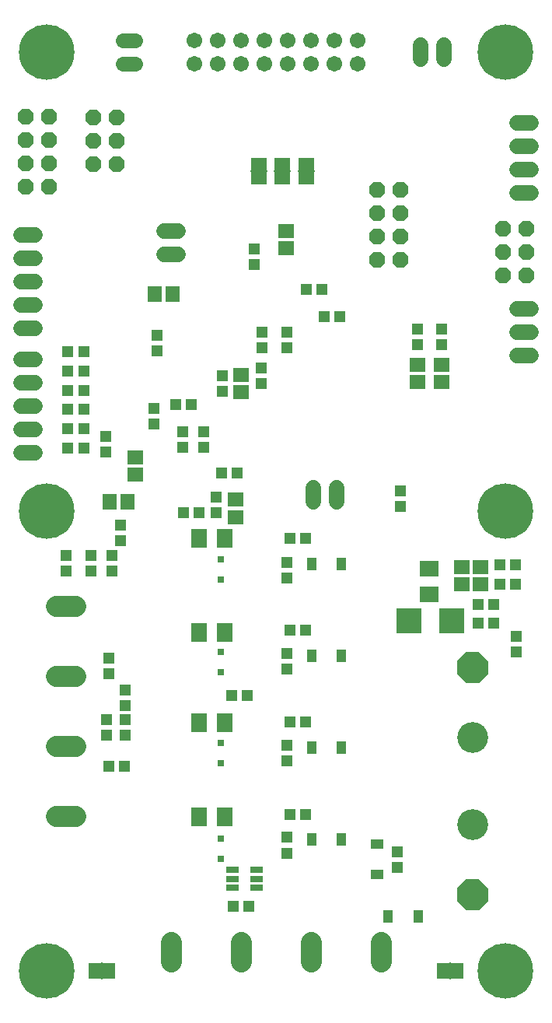
<source format=gbr>
G04 EAGLE Gerber RS-274X export*
G75*
%MOMM*%
%FSLAX34Y34*%
%LPD*%
%INSoldermask Bottom*%
%IPPOS*%
%AMOC8*
5,1,8,0,0,1.08239X$1,22.5*%
G01*
%ADD10C,1.711200*%
%ADD11R,1.203200X1.303200*%
%ADD12R,1.303200X1.203200*%
%ADD13C,1.727200*%
%ADD14R,1.113200X1.423200*%
%ADD15P,3.629037X8X112.500000*%
%ADD16C,3.352800*%
%ADD17R,1.803200X2.003200*%
%ADD18R,1.423200X1.113200*%
%ADD19C,2.298700*%
%ADD20R,1.503200X1.703200*%
%ADD21R,1.803400X1.371600*%
%ADD22R,1.828800X0.152400*%
%ADD23C,6.045200*%
%ADD24R,0.803200X0.803200*%
%ADD25P,1.869504X8X112.500000*%
%ADD26R,1.403200X0.753200*%
%ADD27P,3.629037X8X292.500000*%
%ADD28R,1.703200X1.503200*%
%ADD29R,2.003200X1.803200*%
%ADD30P,1.869504X8X292.500000*%
%ADD31R,1.371600X1.803400*%
%ADD32R,0.152400X1.828800*%
%ADD33C,1.625600*%
%ADD34R,2.743200X2.743200*%


D10*
X211100Y-62700D03*
X211100Y-37300D03*
X236500Y-62700D03*
X236500Y-37300D03*
X261900Y-62700D03*
X261900Y-37300D03*
X287300Y-62700D03*
X287300Y-37300D03*
X312700Y-62700D03*
X312700Y-37300D03*
X338100Y-62700D03*
X338100Y-37300D03*
X363500Y-62700D03*
X363500Y-37300D03*
X388900Y-62700D03*
X388900Y-37300D03*
D11*
X276500Y-281000D03*
X276500Y-264000D03*
D12*
X333250Y-308750D03*
X350250Y-308750D03*
D11*
X311750Y-355250D03*
X311750Y-372250D03*
D12*
X369250Y-337750D03*
X352250Y-337750D03*
D11*
X284500Y-372000D03*
X284500Y-355000D03*
D13*
X365700Y-524380D02*
X365700Y-539620D01*
X340300Y-539620D02*
X340300Y-524380D01*
D14*
X338625Y-607000D03*
X371375Y-607000D03*
D12*
X332250Y-579500D03*
X315250Y-579500D03*
X435250Y-527500D03*
X435250Y-544500D03*
D15*
X514250Y-720150D03*
D16*
X514250Y-796350D03*
D17*
X244250Y-579500D03*
X216250Y-579500D03*
X243750Y-779750D03*
X215750Y-779750D03*
X244000Y-681500D03*
X216000Y-681500D03*
D12*
X284000Y-410750D03*
X284000Y-393750D03*
D13*
X37620Y-384200D02*
X22380Y-384200D01*
X22380Y-409600D02*
X37620Y-409600D01*
X37620Y-435000D02*
X22380Y-435000D01*
X22380Y-460400D02*
X37620Y-460400D01*
X37620Y-485800D02*
X22380Y-485800D01*
X562380Y-126900D02*
X577620Y-126900D01*
X577620Y-152300D02*
X562380Y-152300D01*
X562380Y-177700D02*
X577620Y-177700D01*
X577620Y-203100D02*
X562380Y-203100D01*
D11*
X98750Y-614500D03*
X98750Y-597500D03*
D13*
X37620Y-249200D02*
X22380Y-249200D01*
X22380Y-274600D02*
X37620Y-274600D01*
X37620Y-300000D02*
X22380Y-300000D01*
X22380Y-325400D02*
X37620Y-325400D01*
X37620Y-350800D02*
X22380Y-350800D01*
D18*
X410000Y-912125D03*
X410000Y-944875D03*
D19*
X81278Y-653200D02*
X60323Y-653200D01*
X60323Y-729400D02*
X81278Y-729400D01*
X81278Y-805600D02*
X60323Y-805600D01*
X60323Y-881800D02*
X81278Y-881800D01*
X185700Y-1018723D02*
X185700Y-1039678D01*
X261900Y-1039678D02*
X261900Y-1018723D01*
X338100Y-1018723D02*
X338100Y-1039678D01*
X414300Y-1039678D02*
X414300Y-1018723D01*
D20*
X187250Y-313500D03*
X168250Y-313500D03*
D21*
X281000Y-172380D03*
X281000Y-187620D03*
D22*
X281000Y-180000D03*
D21*
X307000Y-172380D03*
X307000Y-187620D03*
D22*
X307000Y-180000D03*
D21*
X333000Y-172380D03*
X333000Y-187620D03*
D22*
X333000Y-180000D03*
D11*
X170500Y-375000D03*
X170500Y-358000D03*
D17*
X244000Y-882000D03*
X216000Y-882000D03*
D23*
X50000Y-550000D03*
X50000Y-50000D03*
X550000Y-550000D03*
X550000Y-50000D03*
D11*
X90500Y-481000D03*
X73500Y-481000D03*
D12*
X73500Y-418000D03*
X90500Y-418000D03*
X73500Y-460000D03*
X90500Y-460000D03*
X73500Y-376000D03*
X90500Y-376000D03*
D11*
X90500Y-439000D03*
X73500Y-439000D03*
X90500Y-397000D03*
X73500Y-397000D03*
D24*
X240000Y-624250D03*
X240000Y-602250D03*
X240000Y-725000D03*
X240000Y-703000D03*
X239500Y-824250D03*
X239500Y-802250D03*
X240000Y-927750D03*
X240000Y-905750D03*
D12*
X312000Y-622750D03*
X312000Y-605750D03*
X312250Y-721500D03*
X312250Y-704500D03*
X311750Y-821500D03*
X311750Y-804500D03*
X311500Y-921750D03*
X311500Y-904750D03*
D25*
X572700Y-293150D03*
X547300Y-293150D03*
X572700Y-267750D03*
X547300Y-267750D03*
X572700Y-242350D03*
X547300Y-242350D03*
D26*
X252750Y-959250D03*
X252750Y-949750D03*
X252750Y-940250D03*
X278750Y-940250D03*
X278750Y-959250D03*
X278750Y-949750D03*
D12*
X253500Y-979500D03*
X270500Y-979500D03*
D25*
X435450Y-275850D03*
X410050Y-275850D03*
X435450Y-250450D03*
X410050Y-250450D03*
X435450Y-225050D03*
X410050Y-225050D03*
X435450Y-199650D03*
X410050Y-199650D03*
D14*
X338625Y-707000D03*
X371375Y-707000D03*
D12*
X332250Y-679500D03*
X315250Y-679500D03*
D14*
X338625Y-807000D03*
X371375Y-807000D03*
D12*
X332250Y-779500D03*
X315250Y-779500D03*
D14*
X338625Y-907000D03*
X371375Y-907000D03*
D12*
X332250Y-879500D03*
X315250Y-879500D03*
D23*
X50000Y-1050000D03*
X550000Y-1050000D03*
D27*
X514250Y-967100D03*
D16*
X514250Y-890900D03*
D13*
X193370Y-270450D02*
X178130Y-270450D01*
X178130Y-245050D02*
X193370Y-245050D01*
X562380Y-329600D02*
X577620Y-329600D01*
X577620Y-355000D02*
X562380Y-355000D01*
X562380Y-380400D02*
X577620Y-380400D01*
D12*
X520000Y-651000D03*
X537000Y-651000D03*
X537000Y-671750D03*
X520000Y-671750D03*
D28*
X502500Y-610500D03*
X502500Y-629500D03*
X523000Y-610500D03*
X523000Y-629500D03*
D13*
X482700Y-57620D02*
X482700Y-42380D01*
X457300Y-42380D02*
X457300Y-57620D01*
D29*
X466750Y-612000D03*
X466750Y-640000D03*
D25*
X52700Y-196850D03*
X27300Y-196850D03*
X52700Y-171450D03*
X27300Y-171450D03*
X52700Y-146050D03*
X27300Y-146050D03*
X52700Y-120650D03*
X27300Y-120650D03*
D30*
X101300Y-120850D03*
X126700Y-120850D03*
X101300Y-146250D03*
X126700Y-146250D03*
X101300Y-171650D03*
X126700Y-171650D03*
D28*
X310750Y-244750D03*
X310750Y-263750D03*
D14*
X422125Y-991000D03*
X454875Y-991000D03*
D12*
X431750Y-920750D03*
X431750Y-937750D03*
X118000Y-827500D03*
X135000Y-827500D03*
X221500Y-463000D03*
X221500Y-480000D03*
X198500Y-463000D03*
X198500Y-480000D03*
X167000Y-437500D03*
X167000Y-454500D03*
D28*
X454500Y-390500D03*
X454500Y-409500D03*
D12*
X480000Y-351500D03*
X480000Y-368500D03*
X454500Y-351500D03*
X454500Y-368500D03*
D28*
X480000Y-390500D03*
X480000Y-409500D03*
X256000Y-537000D03*
X256000Y-556000D03*
D11*
X241000Y-508000D03*
X258000Y-508000D03*
X251500Y-750000D03*
X268500Y-750000D03*
X191000Y-433500D03*
X208000Y-433500D03*
D28*
X262000Y-420500D03*
X262000Y-401500D03*
D12*
X241500Y-402500D03*
X241500Y-419500D03*
D20*
X119000Y-539500D03*
X138000Y-539500D03*
D12*
X114500Y-485500D03*
X114500Y-468500D03*
X561500Y-686000D03*
X561500Y-703000D03*
D28*
X146500Y-510000D03*
X146500Y-491000D03*
D11*
X216500Y-551500D03*
X199500Y-551500D03*
X234500Y-551000D03*
X234500Y-534000D03*
D12*
X135500Y-744000D03*
X135500Y-761000D03*
D11*
X135500Y-776500D03*
X135500Y-793500D03*
X115000Y-776500D03*
X115000Y-793500D03*
X121500Y-614500D03*
X121500Y-597500D03*
D12*
X118000Y-727000D03*
X118000Y-710000D03*
X131000Y-582000D03*
X131000Y-565000D03*
X71000Y-598000D03*
X71000Y-615000D03*
D31*
X482380Y-1050000D03*
X497620Y-1050000D03*
D32*
X490000Y-1050000D03*
D31*
X117620Y-1050000D03*
X102380Y-1050000D03*
D32*
X110000Y-1050000D03*
D33*
X132888Y-62700D02*
X147112Y-62700D01*
X147112Y-37300D02*
X132888Y-37300D01*
D34*
X491495Y-669000D03*
X444505Y-669000D03*
D11*
X560500Y-608000D03*
X543500Y-608000D03*
X543500Y-629000D03*
X560500Y-629000D03*
M02*

</source>
